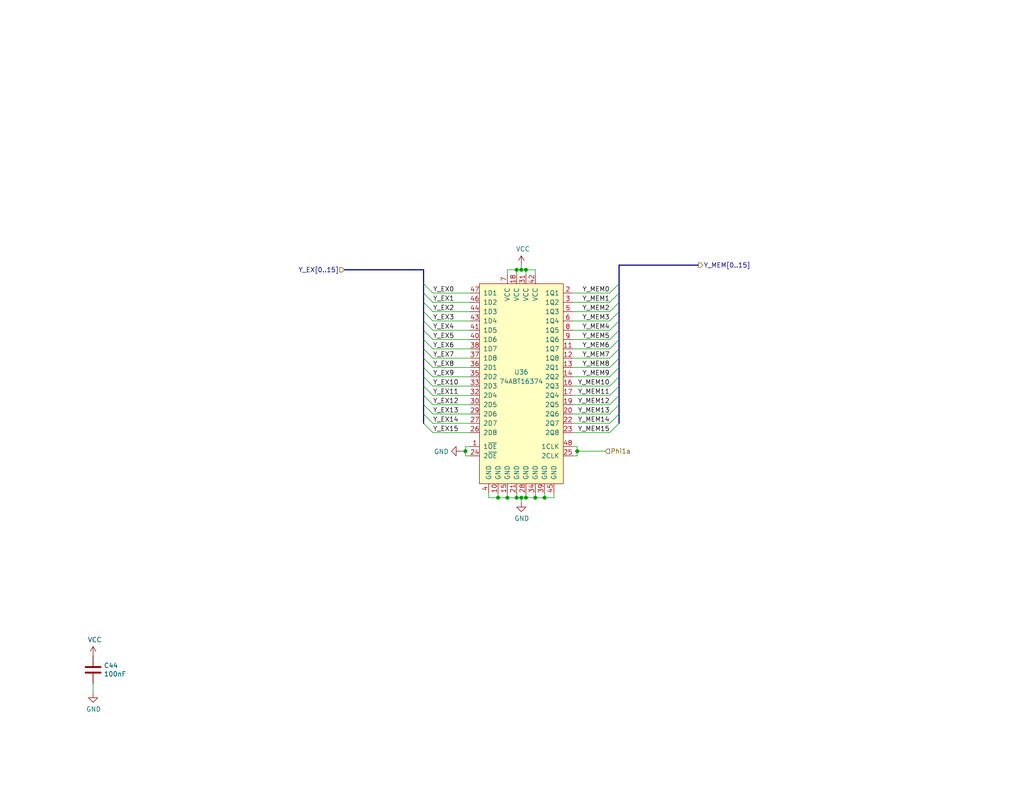
<source format=kicad_sch>
(kicad_sch (version 20211123) (generator eeschema)
  (paper "USLetter")
  (title_block (title "EX/MEM: ALUResult Register") (date "2022-04-13") (rev "A (7ac7a3cb)"))
  (lib_symbols
    (symbol "74xx (kicad5):74ABT16374" (pin_names (offset 1.016))
      (property "Reference" "U" (at 0 1.27 0))
      (property "Value" "74ABT16374" (at 0 -1.27 0))
      (symbol "74ABT16374_0_0"
        (pin input line (at -13.97 -20.32 0) (length 2.54) (name "1~{OE}") (number "1"))
        (pin power_in line (at -6.35 -33.02 90) (length 2.54) (name "GND") (number "10"))
        (pin tri_state line (at 13.97 6.35 180) (length 2.54) (name "1Q7") (number "11"))
        (pin tri_state line (at 13.97 3.81 180) (length 2.54) (name "1Q8") (number "12"))
        (pin tri_state line (at 13.97 1.27 180) (length 2.54) (name "2Q1") (number "13"))
        (pin tri_state line (at 13.97 -1.27 180) (length 2.54) (name "2Q2") (number "14"))
        (pin power_in line (at -3.81 -33.02 90) (length 2.54) (name "GND") (number "15"))
        (pin tri_state line (at 13.97 -3.81 180) (length 2.54) (name "2Q3") (number "16"))
        (pin tri_state line (at 13.97 -6.35 180) (length 2.54) (name "2Q4") (number "17"))
        (pin power_in line (at -1.27 26.67 270) (length 2.54) (name "VCC") (number "18"))
        (pin tri_state line (at 13.97 -8.89 180) (length 2.54) (name "2Q5") (number "19"))
        (pin tri_state line (at 13.97 21.59 180) (length 2.54) (name "1Q1") (number "2"))
        (pin tri_state line (at 13.97 -11.43 180) (length 2.54) (name "2Q6") (number "20"))
        (pin power_in line (at -1.27 -33.02 90) (length 2.54) (name "GND") (number "21"))
        (pin tri_state line (at 13.97 -13.97 180) (length 2.54) (name "2Q7") (number "22"))
        (pin tri_state line (at 13.97 -16.51 180) (length 2.54) (name "2Q8") (number "23"))
        (pin input line (at -13.97 -22.86 0) (length 2.54) (name "2~{OE}") (number "24"))
        (pin input line (at 13.97 -22.86 180) (length 2.54) (name "2CLK") (number "25"))
        (pin input line (at -13.97 -16.51 0) (length 2.54) (name "2D8") (number "26"))
        (pin input line (at -13.97 -13.97 0) (length 2.54) (name "2D7") (number "27"))
        (pin power_in line (at 1.27 -33.02 90) (length 2.54) (name "GND") (number "28"))
        (pin input line (at -13.97 -11.43 0) (length 2.54) (name "2D6") (number "29"))
        (pin tri_state line (at 13.97 19.05 180) (length 2.54) (name "1Q2") (number "3"))
        (pin input line (at -13.97 -8.89 0) (length 2.54) (name "2D5") (number "30"))
        (pin power_in line (at 1.27 26.67 270) (length 2.54) (name "VCC") (number "31"))
        (pin input line (at -13.97 -6.35 0) (length 2.54) (name "2D4") (number "32"))
        (pin input line (at -13.97 -3.81 0) (length 2.54) (name "2D3") (number "33"))
        (pin power_in line (at 3.81 -33.02 90) (length 2.54) (name "GND") (number "34"))
        (pin input line (at -13.97 -1.27 0) (length 2.54) (name "2D2") (number "35"))
        (pin input line (at -13.97 1.27 0) (length 2.54) (name "2D1") (number "36"))
        (pin input line (at -13.97 3.81 0) (length 2.54) (name "1D8") (number "37"))
        (pin input line (at -13.97 6.35 0) (length 2.54) (name "1D7") (number "38"))
        (pin power_in line (at 6.35 -33.02 90) (length 2.54) (name "GND") (number "39"))
        (pin power_in line (at -8.89 -33.02 90) (length 2.54) (name "GND") (number "4"))
        (pin input line (at -13.97 8.89 0) (length 2.54) (name "1D6") (number "40"))
        (pin input line (at -13.97 11.43 0) (length 2.54) (name "1D5") (number "41"))
        (pin power_in line (at 3.81 26.67 270) (length 2.54) (name "VCC") (number "42"))
        (pin input line (at -13.97 13.97 0) (length 2.54) (name "1D4") (number "43"))
        (pin input line (at -13.97 16.51 0) (length 2.54) (name "1D3") (number "44"))
        (pin power_in line (at 8.89 -33.02 90) (length 2.54) (name "GND") (number "45"))
        (pin input line (at -13.97 19.05 0) (length 2.54) (name "1D2") (number "46"))
        (pin input line (at -13.97 21.59 0) (length 2.54) (name "1D1") (number "47"))
        (pin input line (at 13.97 -20.32 180) (length 2.54) (name "1CLK") (number "48"))
        (pin tri_state line (at 13.97 16.51 180) (length 2.54) (name "1Q3") (number "5"))
        (pin tri_state line (at 13.97 13.97 180) (length 2.54) (name "1Q4") (number "6"))
        (pin power_in line (at -3.81 26.67 270) (length 2.54) (name "VCC") (number "7"))
        (pin tri_state line (at 13.97 11.43 180) (length 2.54) (name "1Q5") (number "8"))
        (pin tri_state line (at 13.97 8.89 180) (length 2.54) (name "1Q6") (number "9"))
      )
      (symbol "74ABT16374_0_1"
        (rectangle (start -11.43 24.13) (end 11.43 -30.48) (fill (type background)))
      )
    )
    (symbol "Device:C" (pin_numbers hide) (pin_names (offset 0.254))
      (property "Reference" "C" (at 0.635 2.54 0))
      (property "Value" "C" (at 0.635 -2.54 0))
      (symbol "C_0_1"
        (polyline (pts (xy -2.032 -0.762) (xy 2.032 -0.762)) (stroke (width 0.508)))
        (polyline (pts (xy -2.032 0.762) (xy 2.032 0.762)) (stroke (width 0.508)))
      )
      (symbol "C_1_1"
        (pin passive line (at 0 3.81 270) (length 2.794) (name "~") (number "1"))
        (pin passive line (at 0 -3.81 90) (length 2.794) (name "~") (number "2"))
      )
    )
    (symbol "power:GND" (power) (pin_names (offset 0))
      (property "Value" "GND" (at 0 -3.81 0))
      (symbol "GND_0_1"
        (polyline (pts (xy 0 0) (xy 0 -1.27) (xy 1.27 -1.27) (xy 0 -2.54) (xy -1.27 -1.27) (xy 0 -1.27)))
      )
      (symbol "GND_1_1"
        (pin power_in line (at 0 0 270) (length 0) hide (name "GND") (number "1"))
      )
    )
    (symbol "power:VCC" (power) (pin_names (offset 0))
      (property "Value" "VCC" (at 0 3.81 0))
      (symbol "VCC_0_1"
        (polyline (pts (xy -0.762 1.27) (xy 0 2.54)))
        (polyline (pts (xy 0 0) (xy 0 2.54)))
        (polyline (pts (xy 0 2.54) (xy 0.762 1.27)))
      )
      (symbol "VCC_1_1"
        (pin power_in line (at 0 0 90) (length 0) hide (name "VCC") (number "1"))
      )
    )
  )
  (junction (at 157.48 123.19))
  (junction (at 142.24 135.89))
  (junction (at 127 123.19))
  (junction (at 143.51 73.66))
  (junction (at 146.05 135.89))
  (junction (at 148.59 135.89))
  (junction (at 140.97 135.89))
  (junction (at 135.89 135.89))
  (junction (at 140.97 73.66))
  (junction (at 142.24 73.66))
  (junction (at 138.43 135.89))
  (junction (at 143.51 135.89))
  (bus_entry (at 115.57 87.63) (size 2.54 2.54))
  (bus_entry (at 168.91 87.63) (size -2.54 2.54))
  (bus_entry (at 168.91 113.03) (size -2.54 2.54))
  (bus_entry (at 115.57 82.55) (size 2.54 2.54))
  (bus_entry (at 168.91 92.71) (size -2.54 2.54))
  (bus_entry (at 115.57 90.17) (size 2.54 2.54))
  (bus_entry (at 115.57 92.71) (size 2.54 2.54))
  (bus_entry (at 168.91 77.47) (size -2.54 2.54))
  (bus_entry (at 168.91 110.49) (size -2.54 2.54))
  (bus_entry (at 115.57 77.47) (size 2.54 2.54))
  (bus_entry (at 115.57 110.49) (size 2.54 2.54))
  (bus_entry (at 168.91 85.09) (size -2.54 2.54))
  (bus_entry (at 115.57 102.87) (size 2.54 2.54))
  (bus_entry (at 115.57 97.79) (size 2.54 2.54))
  (bus_entry (at 168.91 80.01) (size -2.54 2.54))
  (bus_entry (at 168.91 115.57) (size -2.54 2.54))
  (bus_entry (at 168.91 105.41) (size -2.54 2.54))
  (bus_entry (at 115.57 105.41) (size 2.54 2.54))
  (bus_entry (at 168.91 90.17) (size -2.54 2.54))
  (bus_entry (at 115.57 113.03) (size 2.54 2.54))
  (bus_entry (at 115.57 100.33) (size 2.54 2.54))
  (bus_entry (at 115.57 95.25) (size 2.54 2.54))
  (bus_entry (at 168.91 102.87) (size -2.54 2.54))
  (bus_entry (at 115.57 80.01) (size 2.54 2.54))
  (bus_entry (at 168.91 100.33) (size -2.54 2.54))
  (bus_entry (at 168.91 107.95) (size -2.54 2.54))
  (bus_entry (at 168.91 82.55) (size -2.54 2.54))
  (bus_entry (at 115.57 107.95) (size 2.54 2.54))
  (bus_entry (at 168.91 97.79) (size -2.54 2.54))
  (bus_entry (at 115.57 115.57) (size 2.54 2.54))
  (bus_entry (at 115.57 85.09) (size 2.54 2.54))
  (bus_entry (at 168.91 95.25) (size -2.54 2.54))
  (wire (pts (xy 135.89 135.89) (xy 138.43 135.89)))
  (bus (pts (xy 168.91 85.09) (xy 168.91 87.63)))
  (bus (pts (xy 93.98 73.66) (xy 115.57 73.66)))
  (wire (pts (xy 166.37 100.33) (xy 156.21 100.33)))
  (wire (pts (xy 166.37 80.01) (xy 156.21 80.01)))
  (wire (pts (xy 143.51 73.66) (xy 146.05 73.66)))
  (bus (pts (xy 115.57 113.03) (xy 115.57 115.57)))
  (wire (pts (xy 146.05 73.66) (xy 146.05 74.93)))
  (wire (pts (xy 166.37 82.55) (xy 156.21 82.55)))
  (wire (pts (xy 166.37 115.57) (xy 156.21 115.57)))
  (bus (pts (xy 168.91 87.63) (xy 168.91 90.17)))
  (wire (pts (xy 138.43 73.66) (xy 140.97 73.66)))
  (wire (pts (xy 140.97 135.89) (xy 142.24 135.89)))
  (bus (pts (xy 115.57 97.79) (xy 115.57 100.33)))
  (bus (pts (xy 168.91 107.95) (xy 168.91 110.49)))
  (bus (pts (xy 115.57 107.95) (xy 115.57 110.49)))
  (bus (pts (xy 190.5 72.39) (xy 168.91 72.39)))
  (wire (pts (xy 118.11 118.11) (xy 128.27 118.11)))
  (wire (pts (xy 118.11 105.41) (xy 128.27 105.41)))
  (wire (pts (xy 118.11 115.57) (xy 128.27 115.57)))
  (wire (pts (xy 142.24 72.39) (xy 142.24 73.66)))
  (bus (pts (xy 168.91 110.49) (xy 168.91 113.03)))
  (wire (pts (xy 140.97 73.66) (xy 142.24 73.66)))
  (wire (pts (xy 148.59 135.89) (xy 151.13 135.89)))
  (wire (pts (xy 142.24 135.89) (xy 143.51 135.89)))
  (wire (pts (xy 133.35 135.89) (xy 135.89 135.89)))
  (wire (pts (xy 118.11 95.25) (xy 128.27 95.25)))
  (wire (pts (xy 135.89 134.62) (xy 135.89 135.89)))
  (bus (pts (xy 168.91 95.25) (xy 168.91 97.79)))
  (wire (pts (xy 157.48 123.19) (xy 157.48 124.46)))
  (wire (pts (xy 138.43 134.62) (xy 138.43 135.89)))
  (wire (pts (xy 166.37 102.87) (xy 156.21 102.87)))
  (wire (pts (xy 127 124.46) (xy 128.27 124.46)))
  (bus (pts (xy 168.91 72.39) (xy 168.91 77.47)))
  (wire (pts (xy 166.37 90.17) (xy 156.21 90.17)))
  (bus (pts (xy 168.91 100.33) (xy 168.91 102.87)))
  (bus (pts (xy 115.57 92.71) (xy 115.57 95.25)))
  (bus (pts (xy 115.57 102.87) (xy 115.57 105.41)))
  (wire (pts (xy 118.11 97.79) (xy 128.27 97.79)))
  (wire (pts (xy 157.48 124.46) (xy 156.21 124.46)))
  (wire (pts (xy 127 121.92) (xy 127 123.19)))
  (wire (pts (xy 118.11 90.17) (xy 128.27 90.17)))
  (wire (pts (xy 118.11 113.03) (xy 128.27 113.03)))
  (wire (pts (xy 166.37 107.95) (xy 156.21 107.95)))
  (wire (pts (xy 156.21 121.92) (xy 157.48 121.92)))
  (bus (pts (xy 115.57 90.17) (xy 115.57 92.71)))
  (bus (pts (xy 168.91 90.17) (xy 168.91 92.71)))
  (bus (pts (xy 115.57 100.33) (xy 115.57 102.87)))
  (wire (pts (xy 166.37 118.11) (xy 156.21 118.11)))
  (wire (pts (xy 25.4 189.23) (xy 25.4 186.69)))
  (wire (pts (xy 118.11 100.33) (xy 128.27 100.33)))
  (wire (pts (xy 157.48 121.92) (xy 157.48 123.19)))
  (wire (pts (xy 140.97 134.62) (xy 140.97 135.89)))
  (wire (pts (xy 166.37 92.71) (xy 156.21 92.71)))
  (wire (pts (xy 146.05 135.89) (xy 148.59 135.89)))
  (wire (pts (xy 127 123.19) (xy 127 124.46)))
  (bus (pts (xy 115.57 73.66) (xy 115.57 77.47)))
  (bus (pts (xy 115.57 80.01) (xy 115.57 82.55)))
  (bus (pts (xy 115.57 110.49) (xy 115.57 113.03)))
  (wire (pts (xy 166.37 105.41) (xy 156.21 105.41)))
  (wire (pts (xy 118.11 82.55) (xy 128.27 82.55)))
  (bus (pts (xy 168.91 113.03) (xy 168.91 115.57)))
  (wire (pts (xy 127 123.19) (xy 125.73 123.19)))
  (wire (pts (xy 133.35 134.62) (xy 133.35 135.89)))
  (wire (pts (xy 118.11 87.63) (xy 128.27 87.63)))
  (wire (pts (xy 157.48 123.19) (xy 165.1 123.19)))
  (wire (pts (xy 118.11 102.87) (xy 128.27 102.87)))
  (wire (pts (xy 140.97 74.93) (xy 140.97 73.66)))
  (wire (pts (xy 142.24 135.89) (xy 142.24 137.16)))
  (bus (pts (xy 115.57 95.25) (xy 115.57 97.79)))
  (wire (pts (xy 142.24 73.66) (xy 143.51 73.66)))
  (wire (pts (xy 166.37 95.25) (xy 156.21 95.25)))
  (wire (pts (xy 151.13 135.89) (xy 151.13 134.62)))
  (wire (pts (xy 118.11 107.95) (xy 128.27 107.95)))
  (wire (pts (xy 166.37 113.03) (xy 156.21 113.03)))
  (bus (pts (xy 115.57 87.63) (xy 115.57 90.17)))
  (bus (pts (xy 168.91 82.55) (xy 168.91 85.09)))
  (bus (pts (xy 115.57 82.55) (xy 115.57 85.09)))
  (wire (pts (xy 138.43 135.89) (xy 140.97 135.89)))
  (wire (pts (xy 146.05 134.62) (xy 146.05 135.89)))
  (wire (pts (xy 128.27 121.92) (xy 127 121.92)))
  (bus (pts (xy 168.91 92.71) (xy 168.91 95.25)))
  (bus (pts (xy 115.57 85.09) (xy 115.57 87.63)))
  (wire (pts (xy 143.51 134.62) (xy 143.51 135.89)))
  (bus (pts (xy 168.91 102.87) (xy 168.91 105.41)))
  (wire (pts (xy 166.37 97.79) (xy 156.21 97.79)))
  (wire (pts (xy 138.43 74.93) (xy 138.43 73.66)))
  (bus (pts (xy 115.57 77.47) (xy 115.57 80.01)))
  (bus (pts (xy 168.91 105.41) (xy 168.91 107.95)))
  (wire (pts (xy 118.11 85.09) (xy 128.27 85.09)))
  (bus (pts (xy 115.57 105.41) (xy 115.57 107.95)))
  (wire (pts (xy 143.51 74.93) (xy 143.51 73.66)))
  (wire (pts (xy 148.59 134.62) (xy 148.59 135.89)))
  (wire (pts (xy 143.51 135.89) (xy 146.05 135.89)))
  (bus (pts (xy 168.91 80.01) (xy 168.91 82.55)))
  (wire (pts (xy 118.11 110.49) (xy 128.27 110.49)))
  (wire (pts (xy 166.37 85.09) (xy 156.21 85.09)))
  (bus (pts (xy 168.91 77.47) (xy 168.91 80.01)))
  (wire (pts (xy 166.37 110.49) (xy 156.21 110.49)))
  (bus (pts (xy 168.91 97.79) (xy 168.91 100.33)))
  (wire (pts (xy 118.11 80.01) (xy 128.27 80.01)))
  (wire (pts (xy 166.37 87.63) (xy 156.21 87.63)))
  (wire (pts (xy 118.11 92.71) (xy 128.27 92.71)))
  (label "Y_MEM11" (at 166.37 107.95 180))
  (label "Y_EX1" (at 118.11 82.55 0))
  (label "Y_MEM1" (at 166.37 82.55 180))
  (label "Y_MEM9" (at 166.37 102.87 180))
  (label "Y_EX5" (at 118.11 92.71 0))
  (label "Y_MEM2" (at 166.37 85.09 180))
  (label "Y_MEM6" (at 166.37 95.25 180))
  (label "Y_EX14" (at 118.11 115.57 0))
  (label "Y_EX3" (at 118.11 87.63 0))
  (label "Y_MEM4" (at 166.37 90.17 180))
  (label "Y_EX8" (at 118.11 100.33 0))
  (label "Y_MEM8" (at 166.37 100.33 180))
  (label "Y_EX4" (at 118.11 90.17 0))
  (label "Y_EX0" (at 118.11 80.01 0))
  (label "Y_EX11" (at 118.11 107.95 0))
  (label "Y_EX7" (at 118.11 97.79 0))
  (label "Y_EX10" (at 118.11 105.41 0))
  (label "Y_EX9" (at 118.11 102.87 0))
  (label "Y_EX6" (at 118.11 95.25 0))
  (label "Y_MEM3" (at 166.37 87.63 180))
  (label "Y_EX13" (at 118.11 113.03 0))
  (label "Y_MEM10" (at 166.37 105.41 180))
  (label "Y_MEM7" (at 166.37 97.79 180))
  (label "Y_MEM15" (at 166.37 118.11 180))
  (label "Y_EX2" (at 118.11 85.09 0))
  (label "Y_MEM12" (at 166.37 110.49 180))
  (label "Y_EX12" (at 118.11 110.49 0))
  (label "Y_EX15" (at 118.11 118.11 0))
  (label "Y_MEM14" (at 166.37 115.57 180))
  (label "Y_MEM5" (at 166.37 92.71 180))
  (label "Y_MEM0" (at 166.37 80.01 180))
  (label "Y_MEM13" (at 166.37 113.03 180))
  (hierarchical_label "Phi1a" (shape input) (at 165.1 123.19 0))
  (hierarchical_label "Y_EX[0..15]" (shape input) (at 93.98 73.66 180))
  (hierarchical_label "Y_MEM[0..15]" (shape output) (at 190.5 72.39 0))
  (symbol (lib_id "Device:C") (at 25.4 182.88 0) (unit 1)
    (property "Reference" "C44" (at 28.321 181.7116 0) (effects (justify left)))
    (property "Value" "100nF" (at 28.321 184.023 0) (effects (justify left)))
    (property "Footprint" "Capacitor_SMD:C_0603_1608Metric_Pad1.08x0.95mm_HandSolder" (effects hide))
    (property "Mouser" "https://www.mouser.com/ProductDetail/963-EMK107B7104KAHT" (effects hide))
  )
  (symbol (lib_id "power:VCC") (at 25.4 179.07 0) (unit 1)
    (property "Reference" "#PWR0260" (effects hide))
    (property "Value" "VCC" (at 25.8318 174.6758 0))
  )
  (symbol (lib_id "power:GND") (at 25.4 189.23 0) (unit 1)
    (property "Reference" "#PWR0261" (effects hide))
    (property "Value" "GND" (at 25.527 193.6242 0))
  )
  (symbol (lib_id "power:GND") (at 125.73 123.19 270) (unit 1)
    (property "Reference" "#PWR0262" (effects hide))
    (property "Value" "GND" (at 122.4788 123.317 90) (effects (justify right)))
  )
  (symbol (lib_id "power:VCC") (at 142.24 72.39 0) (unit 1)
    (property "Reference" "#PWR0263" (effects hide))
    (property "Value" "VCC" (at 142.6718 67.9958 0))
  )
  (symbol (lib_id "power:GND") (at 142.24 137.16 0) (unit 1)
    (property "Reference" "#PWR0264" (effects hide))
    (property "Value" "GND" (at 142.367 141.5542 0))
  )
  (symbol (lib_id "74xx (kicad5):74ABT16374") (at 142.24 101.6 0) (unit 1)
    (property "Reference" "U36" (at 142.24 101.6 0))
    (property "Value" "74ABT16374" (at 142.24 104.14 0))
    (property "Footprint" "Package_SO:TSSOP-48_6.1x12.5mm_P0.5mm" (effects hide))
    (property "Datasheet" "https://www.ti.com/lit/ds/symlink/sn74abt16374a.pdf?HQS=dis-mous-null-mousermode-dsf-pf-null-wwe&ts=1617318801237" (effects hide))
    (property "Mouser" "https://www.mouser.com/ProductDetail/Texas-Instruments/SN74ABT16374ADGGR?qs=%2Fha2pyFadui8Wf%2F61v2joCyY9bOa3peBR5btn0VUHs8%3D" (effects hide))
  )
)
</source>
